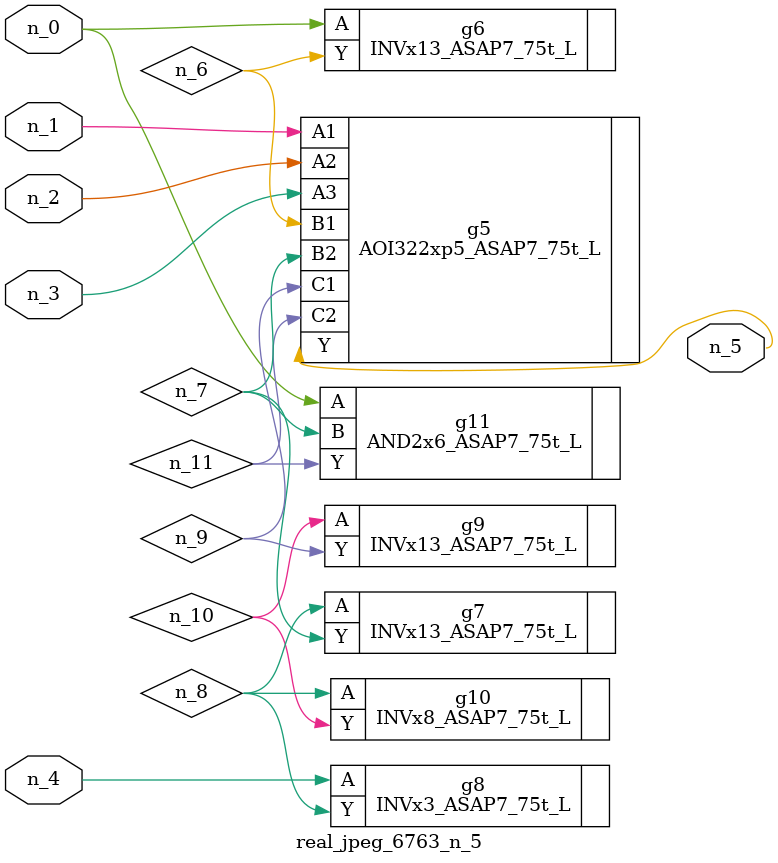
<source format=v>
module real_jpeg_6763_n_5 (n_4, n_0, n_1, n_2, n_3, n_5);

input n_4;
input n_0;
input n_1;
input n_2;
input n_3;

output n_5;

wire n_8;
wire n_11;
wire n_6;
wire n_7;
wire n_10;
wire n_9;

INVx13_ASAP7_75t_L g6 ( 
.A(n_0),
.Y(n_6)
);

AND2x6_ASAP7_75t_L g11 ( 
.A(n_0),
.B(n_7),
.Y(n_11)
);

AOI322xp5_ASAP7_75t_L g5 ( 
.A1(n_1),
.A2(n_2),
.A3(n_3),
.B1(n_6),
.B2(n_7),
.C1(n_9),
.C2(n_11),
.Y(n_5)
);

INVx3_ASAP7_75t_L g8 ( 
.A(n_4),
.Y(n_8)
);

INVx13_ASAP7_75t_L g7 ( 
.A(n_8),
.Y(n_7)
);

INVx8_ASAP7_75t_L g10 ( 
.A(n_8),
.Y(n_10)
);

INVx13_ASAP7_75t_L g9 ( 
.A(n_10),
.Y(n_9)
);


endmodule
</source>
